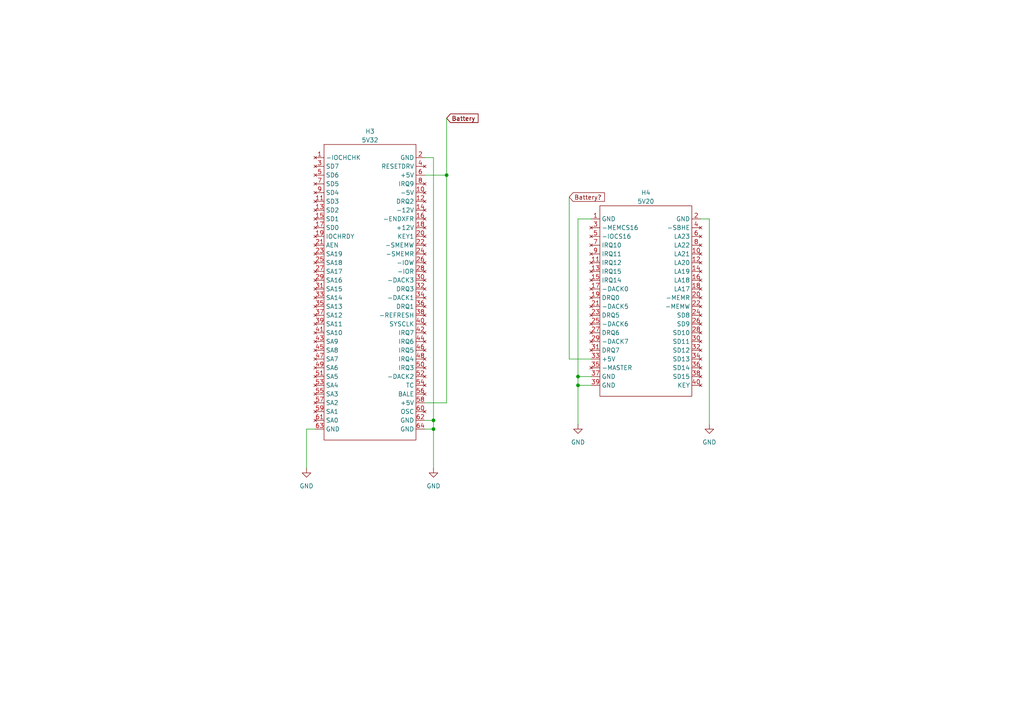
<source format=kicad_sch>
(kicad_sch
	(version 20231120)
	(generator "eeschema")
	(generator_version "8.0")
	(uuid "fc9fa8b3-71dc-428e-9c45-65dd3710cdcd")
	(paper "A4")
	(lib_symbols
		(symbol "NewSymbols:H3-PC104-J1"
			(exclude_from_sim no)
			(in_bom yes)
			(on_board yes)
			(property "Reference" "5V64"
				(at -11.43 36.83 0)
				(effects
					(font
						(size 1.27 1.27)
					)
				)
			)
			(property "Value" ""
				(at 0 0 0)
				(effects
					(font
						(size 1.27 1.27)
					)
				)
			)
			(property "Footprint" ""
				(at 0 0 0)
				(effects
					(font
						(size 1.27 1.27)
					)
					(hide yes)
				)
			)
			(property "Datasheet" ""
				(at 0 0 0)
				(effects
					(font
						(size 1.27 1.27)
					)
					(hide yes)
				)
			)
			(property "Description" ""
				(at 0 0 0)
				(effects
					(font
						(size 1.27 1.27)
					)
					(hide yes)
				)
			)
			(symbol "H3-PC104-J1_0_1"
				(polyline
					(pts
						(xy 12.7 35.56) (xy -13.97 35.56)
					)
					(stroke
						(width 0)
						(type default)
					)
					(fill
						(type none)
					)
				)
				(polyline
					(pts
						(xy -13.97 35.56) (xy -13.97 -50.165) (xy 12.7 -50.165) (xy 12.7 35.56)
					)
					(stroke
						(width 0)
						(type default)
					)
					(fill
						(type none)
					)
				)
			)
			(symbol "H3-PC104-J1_1_1"
				(pin no_connect line
					(at -16.51 31.75 0)
					(length 2.54)
					(name "-IOCHCHK"
						(effects
							(font
								(size 1.27 1.27)
							)
						)
					)
					(number "1"
						(effects
							(font
								(size 1.27 1.27)
							)
						)
					)
				)
				(pin no_connect line
					(at 15.24 21.59 180)
					(length 2.54)
					(name "-5V"
						(effects
							(font
								(size 1.27 1.27)
							)
						)
					)
					(number "10"
						(effects
							(font
								(size 1.27 1.27)
							)
						)
					)
				)
				(pin no_connect line
					(at -16.51 19.05 0)
					(length 2.54)
					(name "SD3"
						(effects
							(font
								(size 1.27 1.27)
							)
						)
					)
					(number "11"
						(effects
							(font
								(size 1.27 1.27)
							)
						)
					)
				)
				(pin no_connect line
					(at 15.24 19.05 180)
					(length 2.54)
					(name "DRQ2"
						(effects
							(font
								(size 1.27 1.27)
							)
						)
					)
					(number "12"
						(effects
							(font
								(size 1.27 1.27)
							)
						)
					)
				)
				(pin no_connect line
					(at -16.51 16.51 0)
					(length 2.54)
					(name "SD2"
						(effects
							(font
								(size 1.27 1.27)
							)
						)
					)
					(number "13"
						(effects
							(font
								(size 1.27 1.27)
							)
						)
					)
				)
				(pin no_connect line
					(at 15.24 16.51 180)
					(length 2.54)
					(name "-12V"
						(effects
							(font
								(size 1.27 1.27)
							)
						)
					)
					(number "14"
						(effects
							(font
								(size 1.27 1.27)
							)
						)
					)
				)
				(pin no_connect line
					(at -16.51 13.97 0)
					(length 2.54)
					(name "SD1"
						(effects
							(font
								(size 1.27 1.27)
							)
						)
					)
					(number "15"
						(effects
							(font
								(size 1.27 1.27)
							)
						)
					)
				)
				(pin no_connect line
					(at 15.24 13.97 180)
					(length 2.54)
					(name "-ENDXFR"
						(effects
							(font
								(size 1.27 1.27)
							)
						)
					)
					(number "16"
						(effects
							(font
								(size 1.27 1.27)
							)
						)
					)
				)
				(pin no_connect line
					(at -16.51 11.43 0)
					(length 2.54)
					(name "SD0"
						(effects
							(font
								(size 1.27 1.27)
							)
						)
					)
					(number "17"
						(effects
							(font
								(size 1.27 1.27)
							)
						)
					)
				)
				(pin no_connect line
					(at 15.24 11.43 180)
					(length 2.54)
					(name "+12V"
						(effects
							(font
								(size 1.27 1.27)
							)
						)
					)
					(number "18"
						(effects
							(font
								(size 1.27 1.27)
							)
						)
					)
				)
				(pin no_connect line
					(at -16.51 8.89 0)
					(length 2.54)
					(name "IOCHRDY"
						(effects
							(font
								(size 1.27 1.27)
							)
						)
					)
					(number "19"
						(effects
							(font
								(size 1.27 1.27)
							)
						)
					)
				)
				(pin input line
					(at 15.24 31.75 180)
					(length 2.54)
					(name "GND"
						(effects
							(font
								(size 1.27 1.27)
							)
						)
					)
					(number "2"
						(effects
							(font
								(size 1.27 1.27)
							)
						)
					)
				)
				(pin no_connect line
					(at 15.24 8.89 180)
					(length 2.54)
					(name "KEY1"
						(effects
							(font
								(size 1.27 1.27)
							)
						)
					)
					(number "20"
						(effects
							(font
								(size 1.27 1.27)
							)
						)
					)
				)
				(pin no_connect line
					(at -16.51 6.35 0)
					(length 2.54)
					(name "AEN"
						(effects
							(font
								(size 1.27 1.27)
							)
						)
					)
					(number "21"
						(effects
							(font
								(size 1.27 1.27)
							)
						)
					)
				)
				(pin no_connect line
					(at 15.24 6.35 180)
					(length 2.54)
					(name "-SMEMW"
						(effects
							(font
								(size 1.27 1.27)
							)
						)
					)
					(number "22"
						(effects
							(font
								(size 1.27 1.27)
							)
						)
					)
				)
				(pin no_connect line
					(at -16.51 3.81 0)
					(length 2.54)
					(name "SA19"
						(effects
							(font
								(size 1.27 1.27)
							)
						)
					)
					(number "23"
						(effects
							(font
								(size 1.27 1.27)
							)
						)
					)
				)
				(pin no_connect line
					(at 15.24 3.81 180)
					(length 2.54)
					(name "-SMEMR"
						(effects
							(font
								(size 1.27 1.27)
							)
						)
					)
					(number "24"
						(effects
							(font
								(size 1.27 1.27)
							)
						)
					)
				)
				(pin no_connect line
					(at -16.51 1.27 0)
					(length 2.54)
					(name "SA18"
						(effects
							(font
								(size 1.27 1.27)
							)
						)
					)
					(number "25"
						(effects
							(font
								(size 1.27 1.27)
							)
						)
					)
				)
				(pin no_connect line
					(at 15.24 1.27 180)
					(length 2.54)
					(name "-IOW"
						(effects
							(font
								(size 1.27 1.27)
							)
						)
					)
					(number "26"
						(effects
							(font
								(size 1.27 1.27)
							)
						)
					)
				)
				(pin no_connect line
					(at -16.51 -1.27 0)
					(length 2.54)
					(name "SA17"
						(effects
							(font
								(size 1.27 1.27)
							)
						)
					)
					(number "27"
						(effects
							(font
								(size 1.27 1.27)
							)
						)
					)
				)
				(pin no_connect line
					(at 15.24 -1.27 180)
					(length 2.54)
					(name "-IOR"
						(effects
							(font
								(size 1.27 1.27)
							)
						)
					)
					(number "28"
						(effects
							(font
								(size 1.27 1.27)
							)
						)
					)
				)
				(pin no_connect line
					(at -16.51 -3.81 0)
					(length 2.54)
					(name "SA16"
						(effects
							(font
								(size 1.27 1.27)
							)
						)
					)
					(number "29"
						(effects
							(font
								(size 1.27 1.27)
							)
						)
					)
				)
				(pin no_connect line
					(at -16.51 29.21 0)
					(length 2.54)
					(name "SD7"
						(effects
							(font
								(size 1.27 1.27)
							)
						)
					)
					(number "3"
						(effects
							(font
								(size 1.27 1.27)
							)
						)
					)
				)
				(pin no_connect line
					(at 15.24 -3.81 180)
					(length 2.54)
					(name "-DACK3"
						(effects
							(font
								(size 1.27 1.27)
							)
						)
					)
					(number "30"
						(effects
							(font
								(size 1.27 1.27)
							)
						)
					)
				)
				(pin no_connect line
					(at -16.51 -6.35 0)
					(length 2.54)
					(name "SA15"
						(effects
							(font
								(size 1.27 1.27)
							)
						)
					)
					(number "31"
						(effects
							(font
								(size 1.27 1.27)
							)
						)
					)
				)
				(pin no_connect line
					(at 15.24 -6.35 180)
					(length 2.54)
					(name "DRQ3"
						(effects
							(font
								(size 1.27 1.27)
							)
						)
					)
					(number "32"
						(effects
							(font
								(size 1.27 1.27)
							)
						)
					)
				)
				(pin no_connect line
					(at -16.51 -8.89 0)
					(length 2.54)
					(name "SA14"
						(effects
							(font
								(size 1.27 1.27)
							)
						)
					)
					(number "33"
						(effects
							(font
								(size 1.27 1.27)
							)
						)
					)
				)
				(pin no_connect line
					(at 15.24 -8.89 180)
					(length 2.54)
					(name "-DACK1"
						(effects
							(font
								(size 1.27 1.27)
							)
						)
					)
					(number "34"
						(effects
							(font
								(size 1.27 1.27)
							)
						)
					)
				)
				(pin no_connect line
					(at -16.51 -11.43 0)
					(length 2.54)
					(name "SA13"
						(effects
							(font
								(size 1.27 1.27)
							)
						)
					)
					(number "35"
						(effects
							(font
								(size 1.27 1.27)
							)
						)
					)
				)
				(pin no_connect line
					(at 15.24 -11.43 180)
					(length 2.54)
					(name "DRQ1"
						(effects
							(font
								(size 1.27 1.27)
							)
						)
					)
					(number "36"
						(effects
							(font
								(size 1.27 1.27)
							)
						)
					)
				)
				(pin no_connect line
					(at -16.51 -13.97 0)
					(length 2.54)
					(name "SA12"
						(effects
							(font
								(size 1.27 1.27)
							)
						)
					)
					(number "37"
						(effects
							(font
								(size 1.27 1.27)
							)
						)
					)
				)
				(pin no_connect line
					(at 15.24 -13.97 180)
					(length 2.54)
					(name "-REFRESH"
						(effects
							(font
								(size 1.27 1.27)
							)
						)
					)
					(number "38"
						(effects
							(font
								(size 1.27 1.27)
							)
						)
					)
				)
				(pin no_connect line
					(at -16.51 -16.51 0)
					(length 2.54)
					(name "SA11"
						(effects
							(font
								(size 1.27 1.27)
							)
						)
					)
					(number "39"
						(effects
							(font
								(size 1.27 1.27)
							)
						)
					)
				)
				(pin no_connect line
					(at 15.24 29.21 180)
					(length 2.54)
					(name "RESETDRV"
						(effects
							(font
								(size 1.27 1.27)
							)
						)
					)
					(number "4"
						(effects
							(font
								(size 1.27 1.27)
							)
						)
					)
				)
				(pin no_connect line
					(at 15.24 -16.51 180)
					(length 2.54)
					(name "SYSCLK"
						(effects
							(font
								(size 1.27 1.27)
							)
						)
					)
					(number "40"
						(effects
							(font
								(size 1.27 1.27)
							)
						)
					)
				)
				(pin no_connect line
					(at -16.51 -19.05 0)
					(length 2.54)
					(name "SA10"
						(effects
							(font
								(size 1.27 1.27)
							)
						)
					)
					(number "41"
						(effects
							(font
								(size 1.27 1.27)
							)
						)
					)
				)
				(pin no_connect line
					(at 15.24 -19.05 180)
					(length 2.54)
					(name "IRQ7"
						(effects
							(font
								(size 1.27 1.27)
							)
						)
					)
					(number "42"
						(effects
							(font
								(size 1.27 1.27)
							)
						)
					)
				)
				(pin no_connect line
					(at -16.51 -21.59 0)
					(length 2.54)
					(name "SA9"
						(effects
							(font
								(size 1.27 1.27)
							)
						)
					)
					(number "43"
						(effects
							(font
								(size 1.27 1.27)
							)
						)
					)
				)
				(pin no_connect line
					(at 15.24 -21.59 180)
					(length 2.54)
					(name "IRQ6"
						(effects
							(font
								(size 1.27 1.27)
							)
						)
					)
					(number "44"
						(effects
							(font
								(size 1.27 1.27)
							)
						)
					)
				)
				(pin no_connect line
					(at -16.51 -24.13 0)
					(length 2.54)
					(name "SA8"
						(effects
							(font
								(size 1.27 1.27)
							)
						)
					)
					(number "45"
						(effects
							(font
								(size 1.27 1.27)
							)
						)
					)
				)
				(pin no_connect line
					(at 15.24 -24.13 180)
					(length 2.54)
					(name "IRQ5"
						(effects
							(font
								(size 1.27 1.27)
							)
						)
					)
					(number "46"
						(effects
							(font
								(size 1.27 1.27)
							)
						)
					)
				)
				(pin no_connect line
					(at -16.51 -26.67 0)
					(length 2.54)
					(name "SA7"
						(effects
							(font
								(size 1.27 1.27)
							)
						)
					)
					(number "47"
						(effects
							(font
								(size 1.27 1.27)
							)
						)
					)
				)
				(pin no_connect line
					(at 15.24 -26.67 180)
					(length 2.54)
					(name "IRQ4"
						(effects
							(font
								(size 1.27 1.27)
							)
						)
					)
					(number "48"
						(effects
							(font
								(size 1.27 1.27)
							)
						)
					)
				)
				(pin no_connect line
					(at -16.51 -29.21 0)
					(length 2.54)
					(name "SA6"
						(effects
							(font
								(size 1.27 1.27)
							)
						)
					)
					(number "49"
						(effects
							(font
								(size 1.27 1.27)
							)
						)
					)
				)
				(pin no_connect line
					(at -16.51 26.67 0)
					(length 2.54)
					(name "SD6"
						(effects
							(font
								(size 1.27 1.27)
							)
						)
					)
					(number "5"
						(effects
							(font
								(size 1.27 1.27)
							)
						)
					)
				)
				(pin no_connect line
					(at 15.24 -29.21 180)
					(length 2.54)
					(name "IRQ3"
						(effects
							(font
								(size 1.27 1.27)
							)
						)
					)
					(number "50"
						(effects
							(font
								(size 1.27 1.27)
							)
						)
					)
				)
				(pin no_connect line
					(at -16.51 -31.75 0)
					(length 2.54)
					(name "SA5"
						(effects
							(font
								(size 1.27 1.27)
							)
						)
					)
					(number "51"
						(effects
							(font
								(size 1.27 1.27)
							)
						)
					)
				)
				(pin no_connect line
					(at 15.24 -31.75 180)
					(length 2.54)
					(name "-DACK2"
						(effects
							(font
								(size 1.27 1.27)
							)
						)
					)
					(number "52"
						(effects
							(font
								(size 1.27 1.27)
							)
						)
					)
				)
				(pin no_connect line
					(at -16.51 -34.29 0)
					(length 2.54)
					(name "SA4"
						(effects
							(font
								(size 1.27 1.27)
							)
						)
					)
					(number "53"
						(effects
							(font
								(size 1.27 1.27)
							)
						)
					)
				)
				(pin no_connect line
					(at 15.24 -34.29 180)
					(length 2.54)
					(name "TC"
						(effects
							(font
								(size 1.27 1.27)
							)
						)
					)
					(number "54"
						(effects
							(font
								(size 1.27 1.27)
							)
						)
					)
				)
				(pin no_connect line
					(at -16.51 -36.83 0)
					(length 2.54)
					(name "SA3"
						(effects
							(font
								(size 1.27 1.27)
							)
						)
					)
					(number "55"
						(effects
							(font
								(size 1.27 1.27)
							)
						)
					)
				)
				(pin no_connect line
					(at 15.24 -36.83 180)
					(length 2.54)
					(name "BALE"
						(effects
							(font
								(size 1.27 1.27)
							)
						)
					)
					(number "56"
						(effects
							(font
								(size 1.27 1.27)
							)
						)
					)
				)
				(pin no_connect line
					(at -16.51 -39.37 0)
					(length 2.54)
					(name "SA2"
						(effects
							(font
								(size 1.27 1.27)
							)
						)
					)
					(number "57"
						(effects
							(font
								(size 1.27 1.27)
							)
						)
					)
				)
				(pin power_out line
					(at 15.24 -39.37 180)
					(length 2.54)
					(name "+5V"
						(effects
							(font
								(size 1.27 1.27)
							)
						)
					)
					(number "58"
						(effects
							(font
								(size 1.27 1.27)
							)
						)
					)
				)
				(pin no_connect line
					(at -16.51 -41.91 0)
					(length 2.54)
					(name "SA1"
						(effects
							(font
								(size 1.27 1.27)
							)
						)
					)
					(number "59"
						(effects
							(font
								(size 1.27 1.27)
							)
						)
					)
				)
				(pin power_out line
					(at 15.24 26.67 180)
					(length 2.54)
					(name "+5V"
						(effects
							(font
								(size 1.27 1.27)
							)
						)
					)
					(number "6"
						(effects
							(font
								(size 1.27 1.27)
							)
						)
					)
				)
				(pin no_connect line
					(at 15.24 -41.91 180)
					(length 2.54)
					(name "OSC"
						(effects
							(font
								(size 1.27 1.27)
							)
						)
					)
					(number "60"
						(effects
							(font
								(size 1.27 1.27)
							)
						)
					)
				)
				(pin no_connect line
					(at -16.51 -44.45 0)
					(length 2.54)
					(name "SA0"
						(effects
							(font
								(size 1.27 1.27)
							)
						)
					)
					(number "61"
						(effects
							(font
								(size 1.27 1.27)
							)
						)
					)
				)
				(pin input line
					(at 15.24 -44.45 180)
					(length 2.54)
					(name "GND"
						(effects
							(font
								(size 1.27 1.27)
							)
						)
					)
					(number "62"
						(effects
							(font
								(size 1.27 1.27)
							)
						)
					)
				)
				(pin input line
					(at -16.51 -46.99 0)
					(length 2.54)
					(name "GND"
						(effects
							(font
								(size 1.27 1.27)
							)
						)
					)
					(number "63"
						(effects
							(font
								(size 1.27 1.27)
							)
						)
					)
				)
				(pin input line
					(at 15.24 -46.99 180)
					(length 2.54)
					(name "GND"
						(effects
							(font
								(size 1.27 1.27)
							)
						)
					)
					(number "64"
						(effects
							(font
								(size 1.27 1.27)
							)
						)
					)
				)
				(pin no_connect line
					(at -16.51 24.13 0)
					(length 2.54)
					(name "SD5"
						(effects
							(font
								(size 1.27 1.27)
							)
						)
					)
					(number "7"
						(effects
							(font
								(size 1.27 1.27)
							)
						)
					)
				)
				(pin no_connect line
					(at 15.24 24.13 180)
					(length 2.54)
					(name "IRQ9"
						(effects
							(font
								(size 1.27 1.27)
							)
						)
					)
					(number "8"
						(effects
							(font
								(size 1.27 1.27)
							)
						)
					)
				)
				(pin no_connect line
					(at -16.51 21.59 0)
					(length 2.54)
					(name "SD4"
						(effects
							(font
								(size 1.27 1.27)
							)
						)
					)
					(number "9"
						(effects
							(font
								(size 1.27 1.27)
							)
						)
					)
				)
			)
		)
		(symbol "NewSymbols:H4-PC104-J2"
			(exclude_from_sim no)
			(in_bom yes)
			(on_board yes)
			(property "Reference" "5V40"
				(at -11.938 26.924 0)
				(effects
					(font
						(size 1.27 1.27)
					)
				)
			)
			(property "Value" ""
				(at 0 -8.89 0)
				(effects
					(font
						(size 1.27 1.27)
					)
				)
			)
			(property "Footprint" ""
				(at 0 -8.89 0)
				(effects
					(font
						(size 1.27 1.27)
					)
					(hide yes)
				)
			)
			(property "Datasheet" ""
				(at 0 -8.89 0)
				(effects
					(font
						(size 1.27 1.27)
					)
					(hide yes)
				)
			)
			(property "Description" ""
				(at 0 -8.89 0)
				(effects
					(font
						(size 1.27 1.27)
					)
					(hide yes)
				)
			)
			(symbol "H4-PC104-J2_0_1"
				(polyline
					(pts
						(xy 12.7 25.4) (xy -13.97 25.4)
					)
					(stroke
						(width 0)
						(type default)
					)
					(fill
						(type none)
					)
				)
				(polyline
					(pts
						(xy -13.97 25.4) (xy -13.97 -29.845) (xy 12.7 -29.845) (xy 12.7 25.4)
					)
					(stroke
						(width 0)
						(type default)
					)
					(fill
						(type none)
					)
				)
			)
			(symbol "H4-PC104-J2_1_1"
				(pin input line
					(at -16.51 21.59 0)
					(length 2.54)
					(name "GND"
						(effects
							(font
								(size 1.27 1.27)
							)
						)
					)
					(number "1"
						(effects
							(font
								(size 1.27 1.27)
							)
						)
					)
				)
				(pin no_connect line
					(at 15.24 11.43 180)
					(length 2.54)
					(name "LA21"
						(effects
							(font
								(size 1.27 1.27)
							)
						)
					)
					(number "10"
						(effects
							(font
								(size 1.27 1.27)
							)
						)
					)
				)
				(pin no_connect line
					(at -16.51 8.89 0)
					(length 2.54)
					(name "IRQ12"
						(effects
							(font
								(size 1.27 1.27)
							)
						)
					)
					(number "11"
						(effects
							(font
								(size 1.27 1.27)
							)
						)
					)
				)
				(pin no_connect line
					(at 15.24 8.89 180)
					(length 2.54)
					(name "LA20"
						(effects
							(font
								(size 1.27 1.27)
							)
						)
					)
					(number "12"
						(effects
							(font
								(size 1.27 1.27)
							)
						)
					)
				)
				(pin no_connect line
					(at -16.51 6.35 0)
					(length 2.54)
					(name "IRQ15"
						(effects
							(font
								(size 1.27 1.27)
							)
						)
					)
					(number "13"
						(effects
							(font
								(size 1.27 1.27)
							)
						)
					)
				)
				(pin no_connect line
					(at 15.24 6.35 180)
					(length 2.54)
					(name "LA19"
						(effects
							(font
								(size 1.27 1.27)
							)
						)
					)
					(number "14"
						(effects
							(font
								(size 1.27 1.27)
							)
						)
					)
				)
				(pin no_connect line
					(at -16.51 3.81 0)
					(length 2.54)
					(name "IRQ14"
						(effects
							(font
								(size 1.27 1.27)
							)
						)
					)
					(number "15"
						(effects
							(font
								(size 1.27 1.27)
							)
						)
					)
				)
				(pin no_connect line
					(at 15.24 3.81 180)
					(length 2.54)
					(name "LA18"
						(effects
							(font
								(size 1.27 1.27)
							)
						)
					)
					(number "16"
						(effects
							(font
								(size 1.27 1.27)
							)
						)
					)
				)
				(pin no_connect line
					(at -16.51 1.27 0)
					(length 2.54)
					(name "-DACK0"
						(effects
							(font
								(size 1.27 1.27)
							)
						)
					)
					(number "17"
						(effects
							(font
								(size 1.27 1.27)
							)
						)
					)
				)
				(pin no_connect line
					(at 15.24 1.27 180)
					(length 2.54)
					(name "LA17"
						(effects
							(font
								(size 1.27 1.27)
							)
						)
					)
					(number "18"
						(effects
							(font
								(size 1.27 1.27)
							)
						)
					)
				)
				(pin no_connect line
					(at -16.51 -1.27 0)
					(length 2.54)
					(name "DRQ0"
						(effects
							(font
								(size 1.27 1.27)
							)
						)
					)
					(number "19"
						(effects
							(font
								(size 1.27 1.27)
							)
						)
					)
				)
				(pin input line
					(at 15.24 21.59 180)
					(length 2.54)
					(name "GND"
						(effects
							(font
								(size 1.27 1.27)
							)
						)
					)
					(number "2"
						(effects
							(font
								(size 1.27 1.27)
							)
						)
					)
				)
				(pin no_connect line
					(at 15.24 -1.27 180)
					(length 2.54)
					(name "-MEMR"
						(effects
							(font
								(size 1.27 1.27)
							)
						)
					)
					(number "20"
						(effects
							(font
								(size 1.27 1.27)
							)
						)
					)
				)
				(pin no_connect line
					(at -16.51 -3.81 0)
					(length 2.54)
					(name "-DACK5"
						(effects
							(font
								(size 1.27 1.27)
							)
						)
					)
					(number "21"
						(effects
							(font
								(size 1.27 1.27)
							)
						)
					)
				)
				(pin no_connect line
					(at 15.24 -3.81 180)
					(length 2.54)
					(name "-MEMW"
						(effects
							(font
								(size 1.27 1.27)
							)
						)
					)
					(number "22"
						(effects
							(font
								(size 1.27 1.27)
							)
						)
					)
				)
				(pin no_connect line
					(at -16.51 -6.35 0)
					(length 2.54)
					(name "DRQ5"
						(effects
							(font
								(size 1.27 1.27)
							)
						)
					)
					(number "23"
						(effects
							(font
								(size 1.27 1.27)
							)
						)
					)
				)
				(pin no_connect line
					(at 15.24 -6.35 180)
					(length 2.54)
					(name "SD8"
						(effects
							(font
								(size 1.27 1.27)
							)
						)
					)
					(number "24"
						(effects
							(font
								(size 1.27 1.27)
							)
						)
					)
				)
				(pin no_connect line
					(at -16.51 -8.89 0)
					(length 2.54)
					(name "-DACK6"
						(effects
							(font
								(size 1.27 1.27)
							)
						)
					)
					(number "25"
						(effects
							(font
								(size 1.27 1.27)
							)
						)
					)
				)
				(pin no_connect line
					(at 15.24 -8.89 180)
					(length 2.54)
					(name "SD9"
						(effects
							(font
								(size 1.27 1.27)
							)
						)
					)
					(number "26"
						(effects
							(font
								(size 1.27 1.27)
							)
						)
					)
				)
				(pin no_connect line
					(at -16.51 -11.43 0)
					(length 2.54)
					(name "DRQ6"
						(effects
							(font
								(size 1.27 1.27)
							)
						)
					)
					(number "27"
						(effects
							(font
								(size 1.27 1.27)
							)
						)
					)
				)
				(pin no_connect line
					(at 15.24 -11.43 180)
					(length 2.54)
					(name "SD10"
						(effects
							(font
								(size 1.27 1.27)
							)
						)
					)
					(number "28"
						(effects
							(font
								(size 1.27 1.27)
							)
						)
					)
				)
				(pin no_connect line
					(at -16.51 -13.97 0)
					(length 2.54)
					(name "-DACK7"
						(effects
							(font
								(size 1.27 1.27)
							)
						)
					)
					(number "29"
						(effects
							(font
								(size 1.27 1.27)
							)
						)
					)
				)
				(pin no_connect line
					(at -16.51 19.05 0)
					(length 2.54)
					(name "-MEMCS16"
						(effects
							(font
								(size 1.27 1.27)
							)
						)
					)
					(number "3"
						(effects
							(font
								(size 1.27 1.27)
							)
						)
					)
				)
				(pin no_connect line
					(at 15.24 -13.97 180)
					(length 2.54)
					(name "SD11"
						(effects
							(font
								(size 1.27 1.27)
							)
						)
					)
					(number "30"
						(effects
							(font
								(size 1.27 1.27)
							)
						)
					)
				)
				(pin no_connect line
					(at -16.51 -16.51 0)
					(length 2.54)
					(name "DRQ7"
						(effects
							(font
								(size 1.27 1.27)
							)
						)
					)
					(number "31"
						(effects
							(font
								(size 1.27 1.27)
							)
						)
					)
				)
				(pin no_connect line
					(at 15.24 -16.51 180)
					(length 2.54)
					(name "SD12"
						(effects
							(font
								(size 1.27 1.27)
							)
						)
					)
					(number "32"
						(effects
							(font
								(size 1.27 1.27)
							)
						)
					)
				)
				(pin power_out line
					(at -16.51 -19.05 0)
					(length 2.54)
					(name "+5V"
						(effects
							(font
								(size 1.27 1.27)
							)
						)
					)
					(number "33"
						(effects
							(font
								(size 1.27 1.27)
							)
						)
					)
				)
				(pin no_connect line
					(at 15.24 -19.05 180)
					(length 2.54)
					(name "SD13"
						(effects
							(font
								(size 1.27 1.27)
							)
						)
					)
					(number "34"
						(effects
							(font
								(size 1.27 1.27)
							)
						)
					)
				)
				(pin no_connect line
					(at -16.51 -21.59 0)
					(length 2.54)
					(name "-MASTER"
						(effects
							(font
								(size 1.27 1.27)
							)
						)
					)
					(number "35"
						(effects
							(font
								(size 1.27 1.27)
							)
						)
					)
				)
				(pin no_connect line
					(at 15.24 -21.59 180)
					(length 2.54)
					(name "SD14"
						(effects
							(font
								(size 1.27 1.27)
							)
						)
					)
					(number "36"
						(effects
							(font
								(size 1.27 1.27)
							)
						)
					)
				)
				(pin input line
					(at -16.51 -24.13 0)
					(length 2.54)
					(name "GND"
						(effects
							(font
								(size 1.27 1.27)
							)
						)
					)
					(number "37"
						(effects
							(font
								(size 1.27 1.27)
							)
						)
					)
				)
				(pin no_connect line
					(at 15.24 -24.13 180)
					(length 2.54)
					(name "SD15"
						(effects
							(font
								(size 1.27 1.27)
							)
						)
					)
					(number "38"
						(effects
							(font
								(size 1.27 1.27)
							)
						)
					)
				)
				(pin input line
					(at -16.51 -26.67 0)
					(length 2.54)
					(name "GND"
						(effects
							(font
								(size 1.27 1.27)
							)
						)
					)
					(number "39"
						(effects
							(font
								(size 1.27 1.27)
							)
						)
					)
				)
				(pin no_connect line
					(at 15.24 19.05 180)
					(length 2.54)
					(name "-SBHE"
						(effects
							(font
								(size 1.27 1.27)
							)
						)
					)
					(number "4"
						(effects
							(font
								(size 1.27 1.27)
							)
						)
					)
				)
				(pin no_connect line
					(at 15.24 -26.67 180)
					(length 2.54)
					(name "KEY"
						(effects
							(font
								(size 1.27 1.27)
							)
						)
					)
					(number "40"
						(effects
							(font
								(size 1.27 1.27)
							)
						)
					)
				)
				(pin no_connect line
					(at -16.51 16.51 0)
					(length 2.54)
					(name "-IOCS16"
						(effects
							(font
								(size 1.27 1.27)
							)
						)
					)
					(number "5"
						(effects
							(font
								(size 1.27 1.27)
							)
						)
					)
				)
				(pin no_connect line
					(at 15.24 16.51 180)
					(length 2.54)
					(name "LA23"
						(effects
							(font
								(size 1.27 1.27)
							)
						)
					)
					(number "6"
						(effects
							(font
								(size 1.27 1.27)
							)
						)
					)
				)
				(pin no_connect line
					(at -16.51 13.97 0)
					(length 2.54)
					(name "IRQ10"
						(effects
							(font
								(size 1.27 1.27)
							)
						)
					)
					(number "7"
						(effects
							(font
								(size 1.27 1.27)
							)
						)
					)
				)
				(pin no_connect line
					(at 15.24 13.97 180)
					(length 2.54)
					(name "LA22"
						(effects
							(font
								(size 1.27 1.27)
							)
						)
					)
					(number "8"
						(effects
							(font
								(size 1.27 1.27)
							)
						)
					)
				)
				(pin no_connect line
					(at -16.51 11.43 0)
					(length 2.54)
					(name "IRQ11"
						(effects
							(font
								(size 1.27 1.27)
							)
						)
					)
					(number "9"
						(effects
							(font
								(size 1.27 1.27)
							)
						)
					)
				)
			)
		)
		(symbol "power:GND"
			(power)
			(pin_numbers hide)
			(pin_names
				(offset 0) hide)
			(exclude_from_sim no)
			(in_bom yes)
			(on_board yes)
			(property "Reference" "#PWR"
				(at 0 -6.35 0)
				(effects
					(font
						(size 1.27 1.27)
					)
					(hide yes)
				)
			)
			(property "Value" "GND"
				(at 0 -3.81 0)
				(effects
					(font
						(size 1.27 1.27)
					)
				)
			)
			(property "Footprint" ""
				(at 0 0 0)
				(effects
					(font
						(size 1.27 1.27)
					)
					(hide yes)
				)
			)
			(property "Datasheet" ""
				(at 0 0 0)
				(effects
					(font
						(size 1.27 1.27)
					)
					(hide yes)
				)
			)
			(property "Description" "Power symbol creates a global label with name \"GND\" , ground"
				(at 0 0 0)
				(effects
					(font
						(size 1.27 1.27)
					)
					(hide yes)
				)
			)
			(property "ki_keywords" "global power"
				(at 0 0 0)
				(effects
					(font
						(size 1.27 1.27)
					)
					(hide yes)
				)
			)
			(symbol "GND_0_1"
				(polyline
					(pts
						(xy 0 0) (xy 0 -1.27) (xy 1.27 -1.27) (xy 0 -2.54) (xy -1.27 -1.27) (xy 0 -1.27)
					)
					(stroke
						(width 0)
						(type default)
					)
					(fill
						(type none)
					)
				)
			)
			(symbol "GND_1_1"
				(pin power_in line
					(at 0 0 270)
					(length 0)
					(name "~"
						(effects
							(font
								(size 1.27 1.27)
							)
						)
					)
					(number "1"
						(effects
							(font
								(size 1.27 1.27)
							)
						)
					)
				)
			)
		)
	)
	(junction
		(at 125.73 124.46)
		(diameter 0)
		(color 0 0 0 0)
		(uuid "510425e9-1d3b-4c6b-b213-cb23460dcbe1")
	)
	(junction
		(at 125.73 121.92)
		(diameter 0)
		(color 0 0 0 0)
		(uuid "5ff2569f-5b63-482d-bc23-e58b050be91e")
	)
	(junction
		(at 129.54 50.8)
		(diameter 0)
		(color 0 0 0 0)
		(uuid "7a999d55-6e20-4c11-a24d-cbe75657f36a")
	)
	(junction
		(at 167.64 111.76)
		(diameter 0)
		(color 0 0 0 0)
		(uuid "9bb363a2-30a6-4ec6-87c6-62bc1b525966")
	)
	(junction
		(at 167.64 109.22)
		(diameter 0)
		(color 0 0 0 0)
		(uuid "df24b9dd-7cf9-405a-803f-665ba3c0ea19")
	)
	(wire
		(pts
			(xy 167.64 111.76) (xy 171.45 111.76)
		)
		(stroke
			(width 0)
			(type default)
		)
		(uuid "067f87bd-3527-411c-b261-cad950347ae3")
	)
	(wire
		(pts
			(xy 205.74 63.5) (xy 205.74 123.19)
		)
		(stroke
			(width 0)
			(type default)
		)
		(uuid "0f607bec-0504-4426-9ece-74e708f05b0a")
	)
	(wire
		(pts
			(xy 129.54 34.29) (xy 129.54 50.8)
		)
		(stroke
			(width 0)
			(type default)
		)
		(uuid "29c67bfc-b00b-48d4-9483-575dab33d3b5")
	)
	(wire
		(pts
			(xy 123.19 50.8) (xy 129.54 50.8)
		)
		(stroke
			(width 0)
			(type default)
		)
		(uuid "37c7a4d0-f23e-45fb-b7a8-f76995815462")
	)
	(wire
		(pts
			(xy 125.73 121.92) (xy 125.73 124.46)
		)
		(stroke
			(width 0)
			(type default)
		)
		(uuid "40c19c0d-2638-4167-a9cc-39455acd5e2d")
	)
	(wire
		(pts
			(xy 123.19 124.46) (xy 125.73 124.46)
		)
		(stroke
			(width 0)
			(type default)
		)
		(uuid "4a3a1fe1-74aa-4903-b744-74000720582e")
	)
	(wire
		(pts
			(xy 167.64 111.76) (xy 167.64 123.19)
		)
		(stroke
			(width 0)
			(type default)
		)
		(uuid "613e0534-dadc-44e4-a3c5-3366dde7cbb9")
	)
	(wire
		(pts
			(xy 125.73 45.72) (xy 125.73 121.92)
		)
		(stroke
			(width 0)
			(type default)
		)
		(uuid "8a4ef909-4ee9-43cb-bb02-88e3c1d3ef79")
	)
	(wire
		(pts
			(xy 129.54 50.8) (xy 129.54 116.84)
		)
		(stroke
			(width 0)
			(type default)
		)
		(uuid "8ada4c7a-6bc3-4abc-8b1c-516979ef1fd2")
	)
	(wire
		(pts
			(xy 165.1 104.14) (xy 171.45 104.14)
		)
		(stroke
			(width 0)
			(type default)
		)
		(uuid "8be1edfe-1fe4-4e39-8fdd-ebe43092f55c")
	)
	(wire
		(pts
			(xy 167.64 109.22) (xy 167.64 111.76)
		)
		(stroke
			(width 0)
			(type default)
		)
		(uuid "93c6caab-904a-4fef-9197-61f8dd5aa07a")
	)
	(wire
		(pts
			(xy 125.73 124.46) (xy 125.73 135.89)
		)
		(stroke
			(width 0)
			(type default)
		)
		(uuid "93f6a4d2-f642-4986-9971-66f4b225bd0e")
	)
	(wire
		(pts
			(xy 88.9 124.46) (xy 88.9 135.89)
		)
		(stroke
			(width 0)
			(type default)
		)
		(uuid "9638e63f-688b-4eb1-90e7-7bccb7791c21")
	)
	(wire
		(pts
			(xy 123.19 116.84) (xy 129.54 116.84)
		)
		(stroke
			(width 0)
			(type default)
		)
		(uuid "bb44aee9-57d0-4d6e-873b-4f68404687c7")
	)
	(wire
		(pts
			(xy 203.2 63.5) (xy 205.74 63.5)
		)
		(stroke
			(width 0)
			(type default)
		)
		(uuid "bc2fe703-a9b4-4150-a9ef-331a9f9cff9d")
	)
	(wire
		(pts
			(xy 123.19 45.72) (xy 125.73 45.72)
		)
		(stroke
			(width 0)
			(type default)
		)
		(uuid "c696bfad-3158-47c3-b089-fca5386313a2")
	)
	(wire
		(pts
			(xy 167.64 63.5) (xy 167.64 109.22)
		)
		(stroke
			(width 0)
			(type default)
		)
		(uuid "c9d80375-301a-4780-ab7a-8a54edb30033")
	)
	(wire
		(pts
			(xy 123.19 121.92) (xy 125.73 121.92)
		)
		(stroke
			(width 0)
			(type default)
		)
		(uuid "cccf31e8-ea42-49f0-aed5-9e75aeae71fc")
	)
	(wire
		(pts
			(xy 91.44 124.46) (xy 88.9 124.46)
		)
		(stroke
			(width 0)
			(type default)
		)
		(uuid "d223c7ea-41f9-4e85-a338-5eb6c0c35931")
	)
	(wire
		(pts
			(xy 165.1 57.15) (xy 165.1 104.14)
		)
		(stroke
			(width 0)
			(type default)
		)
		(uuid "dbc457ed-9611-416e-a047-6ed6f7280ce3")
	)
	(wire
		(pts
			(xy 167.64 109.22) (xy 171.45 109.22)
		)
		(stroke
			(width 0)
			(type default)
		)
		(uuid "eb9f8d4a-08e9-4519-9466-5b3b3b07dc3c")
	)
	(wire
		(pts
			(xy 171.45 63.5) (xy 167.64 63.5)
		)
		(stroke
			(width 0)
			(type default)
		)
		(uuid "f3ee8482-b4d3-42d1-a9ec-3fd5d6dde821")
	)
	(global_label "Battery?"
		(shape input)
		(at 165.1 57.15 0)
		(fields_autoplaced yes)
		(effects
			(font
				(size 1.27 1.27)
			)
			(justify left)
		)
		(uuid "00fa8f75-d00c-4ee2-9a5e-9f5d760f0afd")
		(property "Intersheetrefs" "${INTERSHEET_REFS}"
			(at 175.8866 57.15 0)
			(effects
				(font
					(size 1.27 1.27)
				)
				(justify left)
				(hide yes)
			)
		)
	)
	(global_label "Battery"
		(shape input)
		(at 129.54 34.29 0)
		(fields_autoplaced yes)
		(effects
			(font
				(size 1.27 1.27)
			)
			(justify left)
		)
		(uuid "bbbc6e96-edde-4ba2-9bb2-0641f43b3800")
		(property "Intersheetrefs" "${INTERSHEET_REFS}"
			(at 139.238 34.29 0)
			(effects
				(font
					(size 1.27 1.27)
				)
				(justify left)
				(hide yes)
			)
		)
	)
	(global_label "Battery"
		(shape input)
		(at 129.54 34.29 0)
		(fields_autoplaced yes)
		(effects
			(font
				(size 1.27 1.27)
			)
			(justify left)
		)
		(uuid "d198dcd0-c0f9-4e84-be50-6e5d276bbc15")
		(property "Intersheetrefs" "${INTERSHEET_REFS}"
			(at 139.238 34.29 0)
			(effects
				(font
					(size 1.27 1.27)
				)
				(justify left)
				(hide yes)
			)
		)
	)
	(symbol
		(lib_id "NewSymbols:H4-PC104-J2")
		(at 187.96 85.09 0)
		(unit 1)
		(exclude_from_sim no)
		(in_bom yes)
		(on_board yes)
		(dnp no)
		(fields_autoplaced yes)
		(uuid "40f815d9-fb19-4da9-9eae-a98631c28756")
		(property "Reference" "H4"
			(at 187.325 55.88 0)
			(effects
				(font
					(size 1.27 1.27)
				)
			)
		)
		(property "Value" "5V20"
			(at 187.325 58.42 0)
			(effects
				(font
					(size 1.27 1.27)
				)
			)
		)
		(property "Footprint" ""
			(at 187.96 93.98 0)
			(effects
				(font
					(size 1.27 1.27)
				)
				(hide yes)
			)
		)
		(property "Datasheet" ""
			(at 187.96 93.98 0)
			(effects
				(font
					(size 1.27 1.27)
				)
				(hide yes)
			)
		)
		(property "Description" ""
			(at 187.96 93.98 0)
			(effects
				(font
					(size 1.27 1.27)
				)
				(hide yes)
			)
		)
		(pin "25"
			(uuid "f660d745-0102-4f4e-b640-464b14e87613")
		)
		(pin "19"
			(uuid "af992c2a-0fbf-4ca9-b45a-4b9a01a3c24c")
		)
		(pin "28"
			(uuid "615c27ef-cb89-4a3f-b80f-9f645e640577")
		)
		(pin "3"
			(uuid "b73fcfcd-23a5-41ac-84e6-d3dc993ae8bc")
		)
		(pin "6"
			(uuid "28af383e-cd66-4e56-a0a1-fb197d48fda2")
		)
		(pin "32"
			(uuid "a2a68d47-768e-4c9e-8901-61474834d13a")
		)
		(pin "7"
			(uuid "21efab27-a9c3-484d-b4ca-455670044b97")
		)
		(pin "18"
			(uuid "c71aa468-095a-4882-a723-053771542a49")
		)
		(pin "26"
			(uuid "da221570-1bbe-4ab7-ba88-cc554c170c42")
		)
		(pin "17"
			(uuid "4bc53ff1-3b24-4d5c-96ec-447bc9463064")
		)
		(pin "33"
			(uuid "1bcf7c29-5f5f-4bda-854c-7e916f57be2b")
		)
		(pin "35"
			(uuid "cccf81fd-f81c-4b30-b0c9-41b91da451dd")
		)
		(pin "4"
			(uuid "90d1eb8f-47fa-41c3-b383-0345c1adde46")
		)
		(pin "9"
			(uuid "72ae7e5e-b72f-4f22-8026-b0eb5019938e")
		)
		(pin "5"
			(uuid "8aff2e69-e037-48f2-8934-5591cd9ba360")
		)
		(pin "30"
			(uuid "28788b1e-88c4-4c89-8c89-1cb549baa704")
		)
		(pin "13"
			(uuid "44a6ec95-bb9b-40a7-9e2c-18be1a3b5dee")
		)
		(pin "34"
			(uuid "eceac9e4-1fe3-4529-82dd-f30018eef052")
		)
		(pin "23"
			(uuid "6d0eb116-f81d-4bb4-a07f-95abe309586b")
		)
		(pin "27"
			(uuid "f59f3e96-6d21-4354-b5c1-8dadfd00e05c")
		)
		(pin "12"
			(uuid "77888c60-8f41-4d82-8111-e6165afbcadf")
		)
		(pin "39"
			(uuid "da69d9df-8d91-4cbd-91ff-c177e2ed0416")
		)
		(pin "10"
			(uuid "898efa4d-502a-4a9b-913a-c18aac68de67")
		)
		(pin "24"
			(uuid "9855e694-922b-4c2c-8bae-e6444aced2b8")
		)
		(pin "40"
			(uuid "b4b9db7b-258b-49e8-bbc8-ef09d8b5ed73")
		)
		(pin "31"
			(uuid "d72ef168-61b9-4f72-a55f-5aee6bdf1ecd")
		)
		(pin "8"
			(uuid "a5f7c7d0-1a10-4706-8af9-02035545240e")
		)
		(pin "21"
			(uuid "d3688663-a890-4d9b-a31a-51c77b4a25ba")
		)
		(pin "22"
			(uuid "7cb8aac7-9cf5-44b7-97d4-87356303d3fd")
		)
		(pin "29"
			(uuid "3cd3ea0b-5e0e-4ca5-87e2-9c70f8f3cd4f")
		)
		(pin "36"
			(uuid "d2d5fcf4-730b-4103-b0e1-a243a592c0eb")
		)
		(pin "2"
			(uuid "ea22cbb1-0ffd-40cc-aba1-1a9ca965791c")
		)
		(pin "16"
			(uuid "2ca873f9-cd16-4c80-bee5-034bd19d7ece")
		)
		(pin "38"
			(uuid "ef053726-3b82-4302-b4ad-2f84c981b27d")
		)
		(pin "1"
			(uuid "ad59e6d1-eb32-4178-bc30-3c8966015d26")
		)
		(pin "20"
			(uuid "64b7ac5a-4a32-4e07-a181-fdd0675ec73c")
		)
		(pin "37"
			(uuid "d0b1b574-9c99-4ab3-bc12-1408b51155b4")
		)
		(pin "15"
			(uuid "ada951ad-36c0-42bc-bc57-ba3cf1d44a5e")
		)
		(pin "11"
			(uuid "d5b06bad-565b-4253-ba4f-45631bca7fde")
		)
		(pin "14"
			(uuid "660711a6-4c83-448f-b23f-e6f5d852539c")
		)
		(instances
			(project "BOBPrototype"
				(path "/4940c63c-65b5-4f17-bae9-f8f159cf243f/47cf8364-7cb1-45f1-a1a1-847da3dbbd13"
					(reference "H4")
					(unit 1)
				)
			)
		)
	)
	(symbol
		(lib_id "power:GND")
		(at 167.64 123.19 0)
		(unit 1)
		(exclude_from_sim no)
		(in_bom yes)
		(on_board yes)
		(dnp no)
		(fields_autoplaced yes)
		(uuid "59509c0c-7aa9-4cf8-9403-b463044c5ed7")
		(property "Reference" "#PWR03"
			(at 167.64 129.54 0)
			(effects
				(font
					(size 1.27 1.27)
				)
				(hide yes)
			)
		)
		(property "Value" "GND"
			(at 167.64 128.27 0)
			(effects
				(font
					(size 1.27 1.27)
				)
			)
		)
		(property "Footprint" ""
			(at 167.64 123.19 0)
			(effects
				(font
					(size 1.27 1.27)
				)
				(hide yes)
			)
		)
		(property "Datasheet" ""
			(at 167.64 123.19 0)
			(effects
				(font
					(size 1.27 1.27)
				)
				(hide yes)
			)
		)
		(property "Description" "Power symbol creates a global label with name \"GND\" , ground"
			(at 167.64 123.19 0)
			(effects
				(font
					(size 1.27 1.27)
				)
				(hide yes)
			)
		)
		(pin "1"
			(uuid "a3f1ba90-3056-4782-be2e-981e1d40d424")
		)
		(instances
			(project ""
				(path "/4940c63c-65b5-4f17-bae9-f8f159cf243f/47cf8364-7cb1-45f1-a1a1-847da3dbbd13"
					(reference "#PWR03")
					(unit 1)
				)
			)
		)
	)
	(symbol
		(lib_id "NewSymbols:H3-PC104-J1")
		(at 107.95 77.47 0)
		(unit 1)
		(exclude_from_sim no)
		(in_bom yes)
		(on_board yes)
		(dnp no)
		(fields_autoplaced yes)
		(uuid "66dc887d-8326-46de-ac90-b4d719148641")
		(property "Reference" "H3"
			(at 107.315 38.1 0)
			(effects
				(font
					(size 1.27 1.27)
				)
			)
		)
		(property "Value" "5V32"
			(at 107.315 40.64 0)
			(effects
				(font
					(size 1.27 1.27)
				)
			)
		)
		(property "Footprint" ""
			(at 107.95 77.47 0)
			(effects
				(font
					(size 1.27 1.27)
				)
				(hide yes)
			)
		)
		(property "Datasheet" ""
			(at 107.95 77.47 0)
			(effects
				(font
					(size 1.27 1.27)
				)
				(hide yes)
			)
		)
		(property "Description" ""
			(at 107.95 77.47 0)
			(effects
				(font
					(size 1.27 1.27)
				)
				(hide yes)
			)
		)
		(pin "50"
			(uuid "811139e0-100a-40c4-b3e2-76b5a99bcef8")
		)
		(pin "51"
			(uuid "6e7cd2fa-d1b3-4aa1-a9d2-b1a733d78b41")
		)
		(pin "57"
			(uuid "51536cef-d5da-4473-857a-3747aced2b89")
		)
		(pin "55"
			(uuid "ab7b1c49-0a47-4088-bad5-7f6a644defd5")
		)
		(pin "3"
			(uuid "530da2d4-34f0-468b-afe5-aec504601f3f")
		)
		(pin "42"
			(uuid "870bf256-6af2-4a0f-9036-eb9a89fdae62")
		)
		(pin "1"
			(uuid "13260d10-a2d0-4832-93d8-56afe438cc93")
		)
		(pin "19"
			(uuid "87e55ef7-b933-40db-b5f1-50cdc1dd6913")
		)
		(pin "34"
			(uuid "ef6226d0-36de-4365-98f8-2b3eeb392393")
		)
		(pin "5"
			(uuid "5eacf256-33f9-4ee7-8b66-82f19c70dbd6")
		)
		(pin "26"
			(uuid "bca66bad-ed54-482c-8017-6f3207fe2427")
		)
		(pin "58"
			(uuid "3b6c245f-9b5b-4080-9efa-3370268c9491")
		)
		(pin "20"
			(uuid "8305025e-8bf0-4d5e-80c9-8217917cfc15")
		)
		(pin "27"
			(uuid "51748831-538e-4a1d-bae9-90c3cea7c613")
		)
		(pin "32"
			(uuid "d998fa2f-f8d9-4455-8b05-608a6d86b971")
		)
		(pin "53"
			(uuid "5d0bcea8-c784-4e2b-beb5-f403f9a62c9e")
		)
		(pin "31"
			(uuid "fbc690bc-bccc-4588-a186-8cd8154c3a9e")
		)
		(pin "23"
			(uuid "a8fb8ab9-9248-45b7-ab2e-7b7a77cf96ec")
		)
		(pin "56"
			(uuid "2c15a729-af1e-462f-9cc0-24edb558e879")
		)
		(pin "60"
			(uuid "c6fb7e92-aefc-472c-b9a5-bffe314539bb")
		)
		(pin "61"
			(uuid "bc82ede6-deb6-48ca-a367-6c3166edfcbf")
		)
		(pin "62"
			(uuid "bf0b18e2-49f5-4f89-be95-d8ec85aece08")
		)
		(pin "38"
			(uuid "c5768a59-9aee-40ba-971f-58aa61b2bfd3")
		)
		(pin "37"
			(uuid "e957aa8f-2234-47c3-a768-241783ab84bc")
		)
		(pin "39"
			(uuid "137041c7-153d-4086-b31e-03b9d425ca01")
		)
		(pin "13"
			(uuid "818cab0c-d38c-4bff-be14-57f1bf0ad2f4")
		)
		(pin "2"
			(uuid "f648e3b9-662c-45a5-a362-450de15d59a3")
		)
		(pin "46"
			(uuid "237db769-f6aa-473f-be1e-dc12ca4da381")
		)
		(pin "17"
			(uuid "ef8aad41-0234-4307-9b6b-9b8f31750487")
		)
		(pin "21"
			(uuid "d84690da-7d08-4287-a436-c01630369698")
		)
		(pin "52"
			(uuid "0616b15f-4703-48c9-983d-e406b7571598")
		)
		(pin "54"
			(uuid "e3998a12-facd-4afb-b63f-6d46a72b55e4")
		)
		(pin "24"
			(uuid "d42a5b7a-080f-4523-9609-066ae9a048f1")
		)
		(pin "25"
			(uuid "f9888fb7-81f3-4ebe-957f-71e5eb71545a")
		)
		(pin "63"
			(uuid "66858da8-2b06-4046-8dcf-441a5f63604e")
		)
		(pin "14"
			(uuid "395850a4-52f0-4162-b68e-ead126d1503b")
		)
		(pin "30"
			(uuid "cebb73c0-1f70-4fcf-ac0e-77aa7094b026")
		)
		(pin "35"
			(uuid "82e75624-c8b5-42c0-bbd0-d929908ddcec")
		)
		(pin "41"
			(uuid "effe1b1d-9c84-4778-8102-3ce4697076ce")
		)
		(pin "15"
			(uuid "58193d6d-c439-418a-9e73-d7c43320280e")
		)
		(pin "45"
			(uuid "d3696df4-8ea1-4221-9d40-7330e4c6d844")
		)
		(pin "48"
			(uuid "5251eb3e-6a52-414a-ad77-f91fba64d037")
		)
		(pin "59"
			(uuid "7624a1b9-9659-4218-bfb2-465ddb36d793")
		)
		(pin "43"
			(uuid "3b2d1a6a-3ee8-4eed-ac0c-a21f4540eeec")
		)
		(pin "64"
			(uuid "dc74adb2-3ef7-41d4-9d21-41d36de1d6a0")
		)
		(pin "33"
			(uuid "5602a832-92b0-408e-a0df-75bbbcdf53d6")
		)
		(pin "7"
			(uuid "e586d34b-45d9-44d9-bdf2-94df780f87ab")
		)
		(pin "11"
			(uuid "ccba7d05-a64c-41f0-8356-92e631e4a041")
		)
		(pin "6"
			(uuid "158760d7-e4c2-40b8-82d9-08b6f3a93d9f")
		)
		(pin "8"
			(uuid "fd6df21c-d7e0-46d0-b2b3-fddb3e400f35")
		)
		(pin "29"
			(uuid "e629cf9a-e0df-495e-8d70-c5d553f87b11")
		)
		(pin "9"
			(uuid "03e260cc-e835-45da-b437-e656c72ac405")
		)
		(pin "22"
			(uuid "23939306-e277-4d8d-ac02-795555a08073")
		)
		(pin "16"
			(uuid "d10507a5-71c6-4640-8b7e-9f19c8ae6cd9")
		)
		(pin "28"
			(uuid "3405459b-abee-463e-af98-1f96ffdfed59")
		)
		(pin "18"
			(uuid "de6302ac-d4b9-4389-90fd-7e5cccde7c8b")
		)
		(pin "4"
			(uuid "68f176d4-de0a-4fac-9c8f-4e96a8d88814")
		)
		(pin "12"
			(uuid "4de0a46e-3920-402b-acf5-fcfc601a093c")
		)
		(pin "40"
			(uuid "72543d7c-631b-407d-82e6-a6739604b6f4")
		)
		(pin "36"
			(uuid "591dff96-4745-4daf-bf66-efca40ed04d9")
		)
		(pin "44"
			(uuid "5f3d3791-c651-4854-82c2-2bbba791b6e0")
		)
		(pin "10"
			(uuid "4cf5a6fc-2676-48dd-9cc8-53565883a0f8")
		)
		(pin "47"
			(uuid "572b6891-1ffd-4016-81d8-ae26d7df7268")
		)
		(pin "49"
			(uuid "f0e2d0a9-2816-4fec-806c-39fdc0eef46c")
		)
		(instances
			(project "BOBPrototype"
				(path "/4940c63c-65b5-4f17-bae9-f8f159cf243f/47cf8364-7cb1-45f1-a1a1-847da3dbbd13"
					(reference "H3")
					(unit 1)
				)
			)
		)
	)
	(symbol
		(lib_id "power:GND")
		(at 125.73 135.89 0)
		(unit 1)
		(exclude_from_sim no)
		(in_bom yes)
		(on_board yes)
		(dnp no)
		(fields_autoplaced yes)
		(uuid "6eb7ea69-757a-49a7-801e-bd037046f622")
		(property "Reference" "#PWR06"
			(at 125.73 142.24 0)
			(effects
				(font
					(size 1.27 1.27)
				)
				(hide yes)
			)
		)
		(property "Value" "GND"
			(at 125.73 140.97 0)
			(effects
				(font
					(size 1.27 1.27)
				)
			)
		)
		(property "Footprint" ""
			(at 125.73 135.89 0)
			(effects
				(font
					(size 1.27 1.27)
				)
				(hide yes)
			)
		)
		(property "Datasheet" ""
			(at 125.73 135.89 0)
			(effects
				(font
					(size 1.27 1.27)
				)
				(hide yes)
			)
		)
		(property "Description" "Power symbol creates a global label with name \"GND\" , ground"
			(at 125.73 135.89 0)
			(effects
				(font
					(size 1.27 1.27)
				)
				(hide yes)
			)
		)
		(pin "1"
			(uuid "3eb379b0-deb5-4933-a4a5-89ac84693e8a")
		)
		(instances
			(project ""
				(path "/4940c63c-65b5-4f17-bae9-f8f159cf243f/47cf8364-7cb1-45f1-a1a1-847da3dbbd13"
					(reference "#PWR06")
					(unit 1)
				)
			)
		)
	)
	(symbol
		(lib_id "power:GND")
		(at 88.9 135.89 0)
		(unit 1)
		(exclude_from_sim no)
		(in_bom yes)
		(on_board yes)
		(dnp no)
		(fields_autoplaced yes)
		(uuid "c4f3da01-7201-46ce-a4fc-38180efd5cca")
		(property "Reference" "#PWR05"
			(at 88.9 142.24 0)
			(effects
				(font
					(size 1.27 1.27)
				)
				(hide yes)
			)
		)
		(property "Value" "GND"
			(at 88.9 140.97 0)
			(effects
				(font
					(size 1.27 1.27)
				)
			)
		)
		(property "Footprint" ""
			(at 88.9 135.89 0)
			(effects
				(font
					(size 1.27 1.27)
				)
				(hide yes)
			)
		)
		(property "Datasheet" ""
			(at 88.9 135.89 0)
			(effects
				(font
					(size 1.27 1.27)
				)
				(hide yes)
			)
		)
		(property "Description" "Power symbol creates a global label with name \"GND\" , ground"
			(at 88.9 135.89 0)
			(effects
				(font
					(size 1.27 1.27)
				)
				(hide yes)
			)
		)
		(pin "1"
			(uuid "cba19761-2cb4-4db1-a332-9a52daf1fcf2")
		)
		(instances
			(project ""
				(path "/4940c63c-65b5-4f17-bae9-f8f159cf243f/47cf8364-7cb1-45f1-a1a1-847da3dbbd13"
					(reference "#PWR05")
					(unit 1)
				)
			)
		)
	)
	(symbol
		(lib_id "power:GND")
		(at 205.74 123.19 0)
		(unit 1)
		(exclude_from_sim no)
		(in_bom yes)
		(on_board yes)
		(dnp no)
		(fields_autoplaced yes)
		(uuid "d7664f27-762b-4e5c-97fa-18f74904b01d")
		(property "Reference" "#PWR04"
			(at 205.74 129.54 0)
			(effects
				(font
					(size 1.27 1.27)
				)
				(hide yes)
			)
		)
		(property "Value" "GND"
			(at 205.74 128.27 0)
			(effects
				(font
					(size 1.27 1.27)
				)
			)
		)
		(property "Footprint" ""
			(at 205.74 123.19 0)
			(effects
				(font
					(size 1.27 1.27)
				)
				(hide yes)
			)
		)
		(property "Datasheet" ""
			(at 205.74 123.19 0)
			(effects
				(font
					(size 1.27 1.27)
				)
				(hide yes)
			)
		)
		(property "Description" "Power symbol creates a global label with name \"GND\" , ground"
			(at 205.74 123.19 0)
			(effects
				(font
					(size 1.27 1.27)
				)
				(hide yes)
			)
		)
		(pin "1"
			(uuid "8c80b60a-0a2a-49c1-8138-e719f8f4b375")
		)
		(instances
			(project ""
				(path "/4940c63c-65b5-4f17-bae9-f8f159cf243f/47cf8364-7cb1-45f1-a1a1-847da3dbbd13"
					(reference "#PWR04")
					(unit 1)
				)
			)
		)
	)
)

</source>
